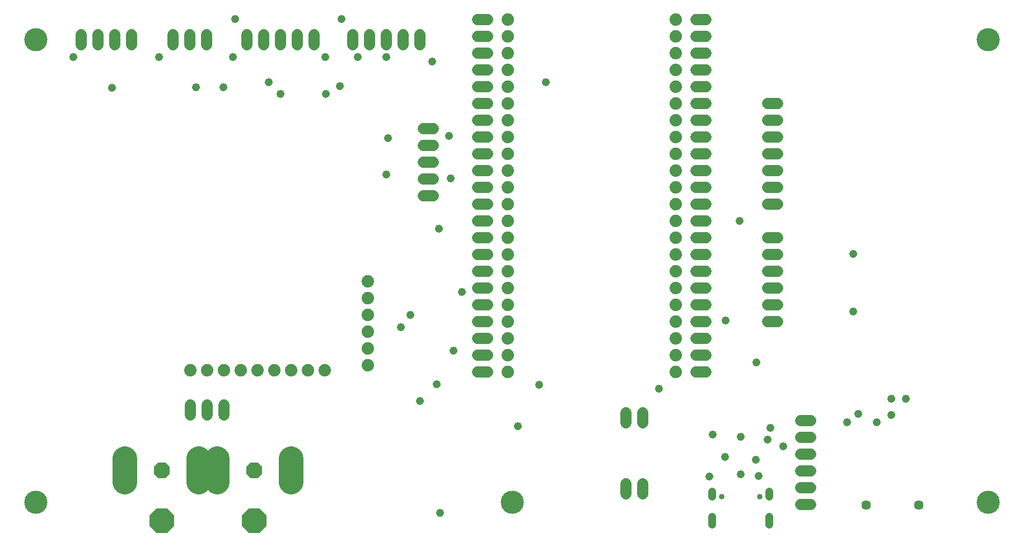
<source format=gbs>
G75*
%MOIN*%
%OFA0B0*%
%FSLAX24Y24*%
%IPPOS*%
%LPD*%
%AMOC8*
5,1,8,0,0,1.08239X$1,22.5*
%
%ADD10C,0.0740*%
%ADD11C,0.1379*%
%ADD12C,0.0680*%
%ADD13C,0.0674*%
%ADD14OC8,0.0966*%
%ADD15C,0.1464*%
%ADD16OC8,0.1464*%
%ADD17C,0.0316*%
%ADD18C,0.0470*%
%ADD19C,0.0336*%
%ADD20C,0.0572*%
%ADD21C,0.0476*%
D10*
X012476Y020693D03*
X013476Y020693D03*
X014476Y020693D03*
X015476Y020693D03*
X016476Y020693D03*
X017476Y020693D03*
X018476Y020693D03*
X019476Y020693D03*
X020476Y020693D03*
X023035Y020988D03*
X023035Y021988D03*
X023035Y022988D03*
X023035Y023988D03*
X023035Y024988D03*
X023035Y025988D03*
X031376Y025602D03*
X031376Y024602D03*
X031376Y023602D03*
X031376Y022602D03*
X031376Y021602D03*
X031376Y020602D03*
X031376Y026602D03*
X031376Y027602D03*
X031376Y028602D03*
X031376Y029602D03*
X031376Y030602D03*
X031376Y031602D03*
X031376Y032602D03*
X031376Y033602D03*
X031376Y034602D03*
X031376Y035602D03*
X031376Y036602D03*
X031376Y037602D03*
X031376Y038602D03*
X031376Y039602D03*
X031376Y040602D03*
X031376Y041602D03*
X041376Y041602D03*
X041376Y040602D03*
X041376Y039602D03*
X041376Y038602D03*
X041376Y037602D03*
X041376Y036602D03*
X041376Y035602D03*
X041376Y034602D03*
X041376Y033602D03*
X041376Y032602D03*
X041376Y031602D03*
X041376Y030602D03*
X041376Y029602D03*
X041376Y028602D03*
X041376Y027602D03*
X041376Y026602D03*
X041376Y025602D03*
X041376Y024602D03*
X041376Y023602D03*
X041376Y022602D03*
X041376Y021602D03*
X041376Y020602D03*
D11*
X031622Y012821D03*
X059968Y012821D03*
X059968Y040380D03*
X003275Y040380D03*
X003275Y012821D03*
D12*
X012472Y018032D02*
X012472Y018632D01*
X013472Y018632D02*
X013472Y018032D01*
X014472Y018032D02*
X014472Y018632D01*
X026318Y031101D02*
X026918Y031101D01*
X026918Y032101D02*
X026318Y032101D01*
X026318Y033101D02*
X026918Y033101D01*
X026918Y034101D02*
X026318Y034101D01*
X026318Y035101D02*
X026918Y035101D01*
X026133Y040080D02*
X026133Y040680D01*
X025133Y040680D02*
X025133Y040080D01*
X024133Y040080D02*
X024133Y040680D01*
X023133Y040680D02*
X023133Y040080D01*
X022133Y040080D02*
X022133Y040680D01*
X019834Y040680D02*
X019834Y040080D01*
X018834Y040080D02*
X018834Y040680D01*
X017834Y040680D02*
X017834Y040080D01*
X016834Y040080D02*
X016834Y040680D01*
X015834Y040680D02*
X015834Y040080D01*
X013441Y040080D02*
X013441Y040680D01*
X012441Y040680D02*
X012441Y040080D01*
X011441Y040080D02*
X011441Y040680D01*
X008980Y040680D02*
X008980Y040080D01*
X007980Y040080D02*
X007980Y040680D01*
X006980Y040680D02*
X006980Y040080D01*
X005980Y040080D02*
X005980Y040680D01*
X038416Y018152D02*
X038416Y017552D01*
X039416Y017552D02*
X039416Y018152D01*
X039416Y013932D02*
X039416Y013332D01*
X038416Y013332D02*
X038416Y013932D01*
X048796Y013702D02*
X049396Y013702D01*
X049396Y012702D02*
X048796Y012702D01*
X048796Y014702D02*
X049396Y014702D01*
X049396Y015702D02*
X048796Y015702D01*
X048796Y016702D02*
X049396Y016702D01*
X049396Y017702D02*
X048796Y017702D01*
X047426Y023602D02*
X046826Y023602D01*
X046826Y024602D02*
X047426Y024602D01*
X047426Y025602D02*
X046826Y025602D01*
X046826Y026602D02*
X047426Y026602D01*
X047426Y027602D02*
X046826Y027602D01*
X046826Y028602D02*
X047426Y028602D01*
X047426Y030602D02*
X046826Y030602D01*
X046826Y031602D02*
X047426Y031602D01*
X047426Y032602D02*
X046826Y032602D01*
X046826Y033602D02*
X047426Y033602D01*
X047426Y034602D02*
X046826Y034602D01*
X046826Y035602D02*
X047426Y035602D01*
X047426Y036602D02*
X046826Y036602D01*
D13*
X043172Y036602D02*
X042579Y036602D01*
X042579Y035602D02*
X043172Y035602D01*
X043172Y034602D02*
X042579Y034602D01*
X042579Y033602D02*
X043172Y033602D01*
X043172Y032602D02*
X042579Y032602D01*
X042579Y031602D02*
X043172Y031602D01*
X043172Y030602D02*
X042579Y030602D01*
X042579Y029602D02*
X043172Y029602D01*
X043172Y028602D02*
X042579Y028602D01*
X042579Y027602D02*
X043172Y027602D01*
X043172Y026602D02*
X042579Y026602D01*
X042579Y025602D02*
X043172Y025602D01*
X043172Y024602D02*
X042579Y024602D01*
X042579Y023602D02*
X043172Y023602D01*
X043172Y022602D02*
X042579Y022602D01*
X042579Y021602D02*
X043172Y021602D01*
X043172Y020602D02*
X042579Y020602D01*
X030172Y020602D02*
X029579Y020602D01*
X029579Y021602D02*
X030172Y021602D01*
X030172Y022602D02*
X029579Y022602D01*
X029579Y023602D02*
X030172Y023602D01*
X030172Y024602D02*
X029579Y024602D01*
X029579Y025602D02*
X030172Y025602D01*
X030172Y026602D02*
X029579Y026602D01*
X029579Y027602D02*
X030172Y027602D01*
X030172Y028602D02*
X029579Y028602D01*
X029579Y029602D02*
X030172Y029602D01*
X030172Y030602D02*
X029579Y030602D01*
X029579Y031602D02*
X030172Y031602D01*
X030172Y032602D02*
X029579Y032602D01*
X029579Y033602D02*
X030172Y033602D01*
X030172Y034602D02*
X029579Y034602D01*
X029579Y035602D02*
X030172Y035602D01*
X030172Y036602D02*
X029579Y036602D01*
X029579Y037602D02*
X030172Y037602D01*
X030172Y038602D02*
X029579Y038602D01*
X029579Y039602D02*
X030172Y039602D01*
X030172Y040602D02*
X029579Y040602D01*
X029579Y041602D02*
X030172Y041602D01*
X042579Y041602D02*
X043172Y041602D01*
X043172Y040602D02*
X042579Y040602D01*
X042579Y039602D02*
X043172Y039602D01*
X043172Y038602D02*
X042579Y038602D01*
X042579Y037602D02*
X043172Y037602D01*
D14*
X016267Y014726D03*
X010756Y014726D03*
D15*
X012956Y015418D02*
X012956Y014034D01*
X014067Y014034D02*
X014067Y015418D01*
X018467Y015418D02*
X018467Y014034D01*
X008556Y014034D02*
X008556Y015418D01*
D16*
X010756Y011726D03*
X016267Y011726D03*
D17*
X043543Y011960D03*
X043543Y011491D03*
X043543Y013150D03*
X043543Y013460D03*
X046944Y013460D03*
X046944Y013150D03*
X046944Y011960D03*
X046944Y011490D03*
D18*
X046944Y011489D02*
X046944Y011969D01*
X046944Y013144D02*
X046944Y013464D01*
X043543Y013464D02*
X043543Y013144D01*
X043543Y011969D02*
X043543Y011489D01*
D19*
X044106Y013150D03*
X046381Y013150D03*
D20*
X052696Y012643D03*
X055846Y012643D03*
D21*
X053336Y017582D03*
X054186Y018022D03*
X054187Y018992D03*
X055058Y018992D03*
X052246Y018082D03*
X051556Y017582D03*
X047775Y016159D03*
X046826Y016558D03*
X046991Y017256D03*
X045226Y016732D03*
X043575Y016859D03*
X044286Y015532D03*
X045236Y014502D03*
X046316Y014402D03*
X046126Y015352D03*
X043356Y014352D03*
X040376Y019602D03*
X046166Y021152D03*
X044324Y023658D03*
X051936Y024176D03*
X051936Y027609D03*
X045156Y029592D03*
X033626Y037852D03*
X027856Y034642D03*
X024236Y034532D03*
X024126Y032352D03*
X027976Y032122D03*
X027266Y029122D03*
X028626Y025352D03*
X025576Y024002D03*
X025006Y023252D03*
X028126Y021852D03*
X027126Y019842D03*
X026126Y018852D03*
X031956Y017342D03*
X033236Y019832D03*
X027346Y012182D03*
X020526Y037142D03*
X021356Y037622D03*
X020506Y039352D03*
X020496Y039352D03*
X022426Y039352D03*
X024126Y039352D03*
X026876Y039102D03*
X021456Y041622D03*
X017126Y037852D03*
X017836Y037142D03*
X014437Y037541D03*
X012816Y037542D03*
X015016Y039352D03*
X015126Y041622D03*
X010596Y039352D03*
X007796Y037528D03*
X005503Y039352D03*
M02*

</source>
